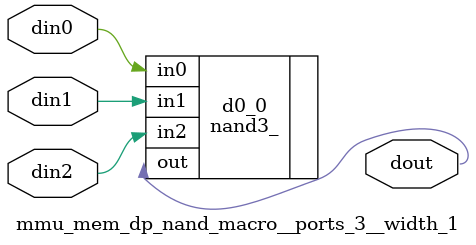
<source format=v>
module mmu_mem_dp (
  asi_error_inject, 
  asi_error_mask, 
  asi_mbist_ecc, 
  asi_mbist_run, 
  parity_in, 
  parity_out);
wire mbist_run_;
wire pre_error_inject_;
wire pre_error_inject;
wire error_inject;
wire error_inject_;
wire parity_in_;
wire parity_mux_0;
wire parity_mux_1;
wire parity_mux_2;



input		asi_error_inject;
input		asi_error_mask;

input		asi_mbist_ecc;
input		asi_mbist_run;

input 		parity_in;

output		parity_out;	



mmu_mem_dp_inv_macro__width_1 mbist_run_b_inv  (
	.din	(asi_mbist_run			),
	.dout	(mbist_run_			)
);

mmu_mem_dp_nand_macro__ports_2__width_1 pre_error_inject_b_nand   (
	.din0	({1 {asi_error_inject}}		),
	.din1	(asi_error_mask			),
	.dout	(pre_error_inject_		)
);

mmu_mem_dp_inv_macro__width_1 pre_error_inject_inv  (
	.din	(pre_error_inject_		),
	.dout	(pre_error_inject		)
);

mmu_mem_dp_and_macro__width_1 error_inject_and  (
	.din0	(pre_error_inject		),
	.din1	({1 {mbist_run_}}		),
	.dout	(error_inject			)
);

mmu_mem_dp_and_macro__width_1 error_inject_b_and  (
	.din0	(pre_error_inject_		),
	.din1	({1 {mbist_run_}}		),
	.dout	(error_inject_			)
);

mmu_mem_dp_inv_macro__width_1 parity_in_b_inv  (
	.din	(parity_in			),
	.dout	(parity_in_			)
);

mmu_mem_dp_nand_macro__ports_2__width_1 parity_mux_0_nand   (
	.din0	(asi_mbist_ecc			),
	.din1	(asi_mbist_run			),
	.dout	(parity_mux_0			)
);

mmu_mem_dp_nand_macro__ports_2__width_1 parity_mux_1_nand   (
	.din0	(parity_in			),
	.din1	(error_inject_			),
	.dout	(parity_mux_1			)
);

mmu_mem_dp_nand_macro__ports_2__width_1 parity_mux_2_nand   (
	.din0	(parity_in_			),
	.din1	(error_inject			),
	.dout	(parity_mux_2			)
);

mmu_mem_dp_nand_macro__ports_3__width_1 parity_mux_nand   (
	.din0	(parity_mux_0			),
	.din1	(parity_mux_1			),
	.din2	(parity_mux_2			),
	.dout	(parity_out			)
);




supply0 vss; // <- port for ground
supply1 vdd; // <- port for power

endmodule



//
//   invert macro
//
//





module mmu_mem_dp_inv_macro__width_1 (
  din, 
  dout);
  input [0:0] din;
  output [0:0] dout;






inv #(1)  d0_0 (
.in(din[0:0]),
.out(dout[0:0])
);









endmodule





//
//   nand macro for ports = 2,3,4
//
//





module mmu_mem_dp_nand_macro__ports_2__width_1 (
  din0, 
  din1, 
  dout);
  input [0:0] din0;
  input [0:0] din1;
  output [0:0] dout;






nand2_ #(1)  d0_0 (
.in0(din0[0:0]),
.in1(din1[0:0]),
.out(dout[0:0])
);









endmodule





//  
//   and macro for ports = 2,3,4
//
//





module mmu_mem_dp_and_macro__width_1 (
  din0, 
  din1, 
  dout);
  input [0:0] din0;
  input [0:0] din1;
  output [0:0] dout;






and2_ #(1)  d0_0 (
.in0(din0[0:0]),
.in1(din1[0:0]),
.out(dout[0:0])
);









endmodule





//
//   nand macro for ports = 2,3,4
//
//





module mmu_mem_dp_nand_macro__ports_3__width_1 (
  din0, 
  din1, 
  din2, 
  dout);
  input [0:0] din0;
  input [0:0] din1;
  input [0:0] din2;
  output [0:0] dout;






nand3_ #(1)  d0_0 (
.in0(din0[0:0]),
.in1(din1[0:0]),
.in2(din2[0:0]),
.out(dout[0:0])
);









endmodule





</source>
